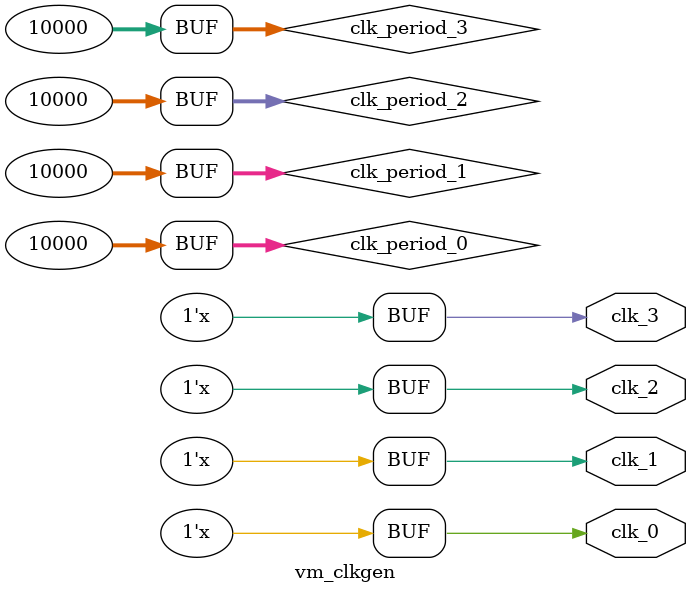
<source format=v>

`default_nettype none
`timescale 1ps/1ps

// ----------------------------------------------
//  includes
// ----------------------------------------------

// ----------------------------------------------
//  module declaration
// ----------------------------------------------
module vm_clkgen
(
    output reg      clk_0,                      // clock 0
    output reg      clk_1,                      // clock 1
    output reg      clk_2,                      // clock 2
    output reg      clk_3                       // clock 3

);

    // ------------------------------------------------------------------------------------------------------------
    //                                          internal definitions
    // ------------------------------------------------------------------------------------------------------------
    integer     clk_period_0;                   // clock 0 period in ps
    integer     clk_period_1;                   // clock 0 period in ps
    integer     clk_period_2;                   // clock 0 period in ps
    integer     clk_period_3;                   // clock 0 period in ps

    // ------------------------------------------------------------------------------------------------------------
    //                                          initial clock period
    // ------------------------------------------------------------------------------------------------------------
    initial begin : ClkPeriod
        // clock period values
        clk_period_0 = 10000;
        clk_period_1 = 10000;
        clk_period_2 = 10000;
        clk_period_3 = 10000;
        // clock signals
        clk_0 = 1'b0;
        clk_1 = 1'b0;
        clk_2 = 1'b0;
        clk_3 = 1'b0;
    end // ClkPeriod

    // ------------------------------------------------------------------------------------------------------------
    //                                          clock assignments
    // ------------------------------------------------------------------------------------------------------------
    always #(clk_period_0 / 2) clk_0 <= ~clk_0;
    always #(clk_period_1 / 2) clk_1 <= ~clk_1;
    always #(clk_period_2 / 2) clk_2 <= ~clk_2;
    always #(clk_period_3 / 2) clk_3 <= ~clk_3;

    // ------------------------------------------------------------------------------------------------------------
    //                                          task to change the clock period
    // ------------------------------------------------------------------------------------------------------------
    task set_period;
        input integer clk_num;
        input integer new_period;
    begin
        case (clk_num)
            0:  clk_period_0 = new_period;
            1:  clk_period_1 = new_period;
            2:  clk_period_2 = new_period;
            3:  clk_period_3 = new_period;
            default: begin
                $display("vm_clkgen - invalid clock number specified");
            end // default
        endcase
    end endtask // set_period

    task set_freq;
        input integer clk_num;
        input integer new_frequency;
    begin
        case (clk_num)
            0:  clk_period_0 = (1000000000 / new_frequency);
            1:  clk_period_1 = (1000000000 / new_frequency);
            2:  clk_period_2 = (1000000000 / new_frequency);
            3:  clk_period_3 = (1000000000 / new_frequency);
            default: begin
                $display("vm_clkgen - invalid clock number specified");
            end // default
        endcase
        $display("vm_clkgen - Clock period %1d set to %6d", clk_num, new_frequency);
    end endtask // set_freq

    function integer get_freq;
        input integer clk_num;
    begin
        case (clk_num)
            0:  get_freq = 1000000000 / clk_period_0; 
            1:  get_freq = 1000000000 / clk_period_1; 
            2:  get_freq = 1000000000 / clk_period_2; 
            3:  get_freq = 1000000000 / clk_period_3;
            default: $display("vm_clkgen - invalid clock number specified");
        endcase
    end endfunction // get_freq

endmodule // vm_clkgen
</source>
